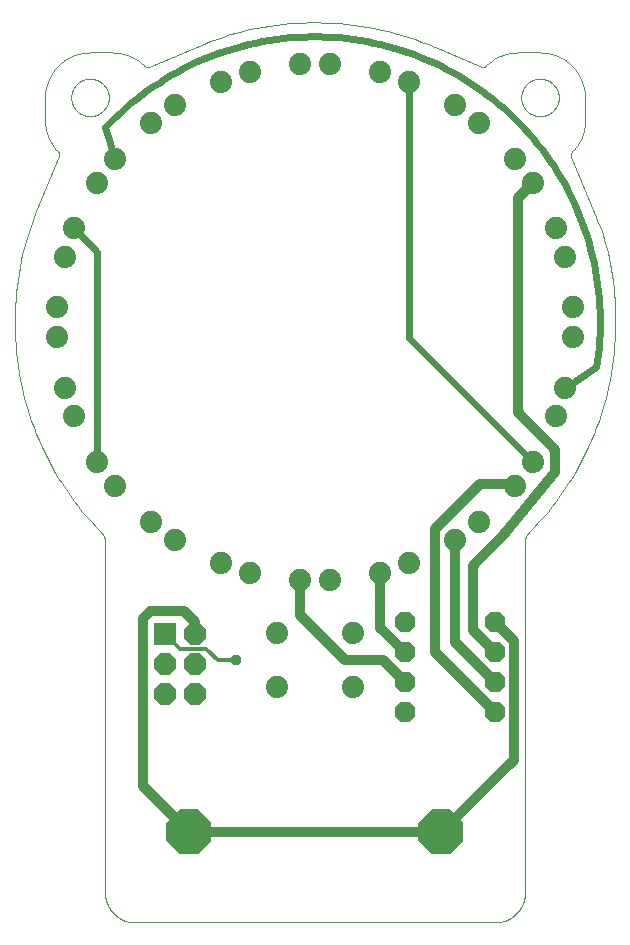
<source format=gtl>
G75*
%MOIN*%
%OFA0B0*%
%FSLAX25Y25*%
%IPPOS*%
%LPD*%
%AMOC8*
5,1,8,0,0,1.08239X$1,22.5*
%
%ADD10C,0.00000*%
%ADD11C,0.07400*%
%ADD12R,0.07400X0.07400*%
%ADD13OC8,0.07400*%
%ADD14OC8,0.06800*%
%ADD15OC8,0.15000*%
%ADD16C,0.03200*%
%ADD17C,0.02400*%
%ADD18C,0.03762*%
%ADD19C,0.01200*%
D10*
X0031000Y0019250D02*
X0031000Y0136214D01*
X0030998Y0136344D01*
X0030992Y0136474D01*
X0030982Y0136604D01*
X0030969Y0136734D01*
X0030951Y0136863D01*
X0030929Y0136991D01*
X0030904Y0137119D01*
X0030875Y0137246D01*
X0030842Y0137372D01*
X0030805Y0137497D01*
X0030764Y0137620D01*
X0030720Y0137743D01*
X0030672Y0137864D01*
X0030620Y0137983D01*
X0030565Y0138101D01*
X0030506Y0138217D01*
X0030444Y0138332D01*
X0030378Y0138444D01*
X0030309Y0138555D01*
X0030237Y0138663D01*
X0030161Y0138769D01*
X0030083Y0138873D01*
X0030001Y0138974D01*
X0029916Y0139073D01*
X0029828Y0139169D01*
X0029737Y0139262D01*
X0001000Y0208641D02*
X0001000Y0210578D01*
X0008154Y0246542D02*
X0015694Y0264746D01*
X0015718Y0264811D01*
X0015740Y0264877D01*
X0015757Y0264944D01*
X0015770Y0265012D01*
X0015780Y0265081D01*
X0015786Y0265151D01*
X0015788Y0265220D01*
X0015786Y0265289D01*
X0015780Y0265359D01*
X0015770Y0265428D01*
X0015757Y0265496D01*
X0015740Y0265563D01*
X0015718Y0265629D01*
X0015694Y0265694D01*
X0015665Y0265758D01*
X0015633Y0265819D01*
X0015598Y0265879D01*
X0015559Y0265937D01*
X0015518Y0265993D01*
X0015473Y0266046D01*
X0015425Y0266096D01*
X0011000Y0276780D02*
X0011000Y0284250D01*
X0011004Y0284612D01*
X0011018Y0284975D01*
X0011039Y0285337D01*
X0011070Y0285698D01*
X0011109Y0286058D01*
X0011157Y0286417D01*
X0011214Y0286775D01*
X0011279Y0287132D01*
X0011353Y0287487D01*
X0011436Y0287840D01*
X0011527Y0288191D01*
X0011626Y0288539D01*
X0011734Y0288885D01*
X0011850Y0289229D01*
X0011975Y0289569D01*
X0012107Y0289906D01*
X0012248Y0290240D01*
X0012397Y0290571D01*
X0012554Y0290898D01*
X0012718Y0291221D01*
X0012890Y0291540D01*
X0013070Y0291854D01*
X0013258Y0292165D01*
X0013453Y0292470D01*
X0013655Y0292771D01*
X0013865Y0293067D01*
X0014081Y0293357D01*
X0014305Y0293643D01*
X0014535Y0293923D01*
X0014772Y0294197D01*
X0015016Y0294465D01*
X0015266Y0294728D01*
X0015522Y0294984D01*
X0015785Y0295234D01*
X0016053Y0295478D01*
X0016327Y0295715D01*
X0016607Y0295945D01*
X0016893Y0296169D01*
X0017183Y0296385D01*
X0017479Y0296595D01*
X0017780Y0296797D01*
X0018085Y0296992D01*
X0018396Y0297180D01*
X0018710Y0297360D01*
X0019029Y0297532D01*
X0019352Y0297696D01*
X0019679Y0297853D01*
X0020010Y0298002D01*
X0020344Y0298143D01*
X0020681Y0298275D01*
X0021021Y0298400D01*
X0021365Y0298516D01*
X0021711Y0298624D01*
X0022059Y0298723D01*
X0022410Y0298814D01*
X0022763Y0298897D01*
X0023118Y0298971D01*
X0023475Y0299036D01*
X0023833Y0299093D01*
X0024192Y0299141D01*
X0024552Y0299180D01*
X0024913Y0299211D01*
X0025275Y0299232D01*
X0025638Y0299246D01*
X0026000Y0299250D01*
X0033470Y0299250D01*
X0033830Y0299246D01*
X0034189Y0299233D01*
X0034548Y0299212D01*
X0034906Y0299182D01*
X0035264Y0299143D01*
X0035620Y0299096D01*
X0035976Y0299041D01*
X0036329Y0298977D01*
X0036682Y0298905D01*
X0037032Y0298824D01*
X0037380Y0298735D01*
X0037727Y0298638D01*
X0038070Y0298533D01*
X0038412Y0298419D01*
X0038750Y0298297D01*
X0039085Y0298168D01*
X0039418Y0298030D01*
X0039747Y0297885D01*
X0040072Y0297731D01*
X0040393Y0297570D01*
X0040711Y0297402D01*
X0041025Y0297226D01*
X0041334Y0297042D01*
X0041639Y0296851D01*
X0041939Y0296654D01*
X0042234Y0296448D01*
X0042524Y0296236D01*
X0042810Y0296017D01*
X0043090Y0295792D01*
X0043364Y0295560D01*
X0043633Y0295321D01*
X0043896Y0295076D01*
X0044154Y0294825D01*
X0044204Y0294777D01*
X0044257Y0294732D01*
X0044313Y0294691D01*
X0044371Y0294652D01*
X0044431Y0294617D01*
X0044492Y0294585D01*
X0044556Y0294556D01*
X0044621Y0294532D01*
X0044687Y0294510D01*
X0044754Y0294493D01*
X0044822Y0294480D01*
X0044891Y0294470D01*
X0044961Y0294464D01*
X0045030Y0294462D01*
X0045099Y0294464D01*
X0045169Y0294470D01*
X0045238Y0294480D01*
X0045306Y0294493D01*
X0045373Y0294510D01*
X0045439Y0294532D01*
X0045504Y0294556D01*
X0063951Y0302197D01*
X0099409Y0309250D02*
X0101814Y0309250D01*
X0138643Y0301924D02*
X0156532Y0294514D01*
X0156532Y0294515D02*
X0156596Y0294490D01*
X0156661Y0294470D01*
X0156727Y0294453D01*
X0156794Y0294439D01*
X0156862Y0294430D01*
X0156930Y0294424D01*
X0156998Y0294422D01*
X0157066Y0294424D01*
X0157134Y0294430D01*
X0157202Y0294439D01*
X0157269Y0294453D01*
X0157335Y0294470D01*
X0157400Y0294490D01*
X0157464Y0294515D01*
X0157526Y0294543D01*
X0157587Y0294574D01*
X0157645Y0294609D01*
X0157702Y0294646D01*
X0157757Y0294688D01*
X0157809Y0294732D01*
X0157859Y0294778D01*
X0168655Y0299250D02*
X0176000Y0299250D01*
X0176362Y0299246D01*
X0176725Y0299232D01*
X0177087Y0299211D01*
X0177448Y0299180D01*
X0177808Y0299141D01*
X0178167Y0299093D01*
X0178525Y0299036D01*
X0178882Y0298971D01*
X0179237Y0298897D01*
X0179590Y0298814D01*
X0179941Y0298723D01*
X0180289Y0298624D01*
X0180635Y0298516D01*
X0180979Y0298400D01*
X0181319Y0298275D01*
X0181656Y0298143D01*
X0181990Y0298002D01*
X0182321Y0297853D01*
X0182648Y0297696D01*
X0182971Y0297532D01*
X0183290Y0297360D01*
X0183604Y0297180D01*
X0183915Y0296992D01*
X0184220Y0296797D01*
X0184521Y0296595D01*
X0184817Y0296385D01*
X0185107Y0296169D01*
X0185393Y0295945D01*
X0185673Y0295715D01*
X0185947Y0295478D01*
X0186215Y0295234D01*
X0186478Y0294984D01*
X0186734Y0294728D01*
X0186984Y0294465D01*
X0187228Y0294197D01*
X0187465Y0293923D01*
X0187695Y0293643D01*
X0187919Y0293357D01*
X0188135Y0293067D01*
X0188345Y0292771D01*
X0188547Y0292470D01*
X0188742Y0292165D01*
X0188930Y0291854D01*
X0189110Y0291540D01*
X0189282Y0291221D01*
X0189446Y0290898D01*
X0189603Y0290571D01*
X0189752Y0290240D01*
X0189893Y0289906D01*
X0190025Y0289569D01*
X0190150Y0289229D01*
X0190266Y0288885D01*
X0190374Y0288539D01*
X0190473Y0288191D01*
X0190564Y0287840D01*
X0190647Y0287487D01*
X0190721Y0287132D01*
X0190786Y0286775D01*
X0190843Y0286417D01*
X0190891Y0286058D01*
X0190930Y0285698D01*
X0190961Y0285337D01*
X0190982Y0284975D01*
X0190996Y0284612D01*
X0191000Y0284250D01*
X0191000Y0276455D01*
X0186815Y0266351D02*
X0186758Y0266290D01*
X0186703Y0266227D01*
X0186651Y0266161D01*
X0186602Y0266093D01*
X0186557Y0266022D01*
X0186515Y0265950D01*
X0186476Y0265876D01*
X0186441Y0265800D01*
X0186410Y0265722D01*
X0186382Y0265643D01*
X0186358Y0265563D01*
X0186338Y0265482D01*
X0186321Y0265400D01*
X0186309Y0265317D01*
X0186300Y0265233D01*
X0186296Y0265150D01*
X0186295Y0265066D01*
X0186299Y0264982D01*
X0186306Y0264899D01*
X0186317Y0264816D01*
X0186332Y0264734D01*
X0186351Y0264652D01*
X0186374Y0264571D01*
X0186400Y0264492D01*
X0186430Y0264414D01*
X0194714Y0244413D01*
X0201000Y0212814D02*
X0201000Y0208641D01*
X0186814Y0266352D02*
X0187052Y0266595D01*
X0187283Y0266844D01*
X0187509Y0267098D01*
X0187729Y0267358D01*
X0187942Y0267623D01*
X0188149Y0267893D01*
X0188350Y0268167D01*
X0188544Y0268446D01*
X0188731Y0268730D01*
X0188911Y0269019D01*
X0189085Y0269311D01*
X0189251Y0269607D01*
X0189411Y0269908D01*
X0189563Y0270212D01*
X0189708Y0270520D01*
X0189845Y0270831D01*
X0189976Y0271145D01*
X0190098Y0271462D01*
X0190213Y0271782D01*
X0190321Y0272104D01*
X0190420Y0272430D01*
X0190512Y0272757D01*
X0190596Y0273086D01*
X0190672Y0273418D01*
X0190741Y0273751D01*
X0190801Y0274086D01*
X0190854Y0274422D01*
X0190898Y0274759D01*
X0190934Y0275097D01*
X0190963Y0275436D01*
X0190983Y0275775D01*
X0190995Y0276115D01*
X0190999Y0276455D01*
X0169750Y0284250D02*
X0169752Y0284408D01*
X0169758Y0284565D01*
X0169768Y0284723D01*
X0169782Y0284880D01*
X0169800Y0285036D01*
X0169821Y0285193D01*
X0169847Y0285348D01*
X0169877Y0285503D01*
X0169910Y0285657D01*
X0169948Y0285810D01*
X0169989Y0285963D01*
X0170034Y0286114D01*
X0170083Y0286264D01*
X0170136Y0286412D01*
X0170192Y0286560D01*
X0170253Y0286705D01*
X0170316Y0286850D01*
X0170384Y0286992D01*
X0170455Y0287133D01*
X0170529Y0287272D01*
X0170607Y0287409D01*
X0170689Y0287544D01*
X0170773Y0287677D01*
X0170862Y0287808D01*
X0170953Y0287936D01*
X0171048Y0288063D01*
X0171145Y0288186D01*
X0171246Y0288308D01*
X0171350Y0288426D01*
X0171457Y0288542D01*
X0171567Y0288655D01*
X0171679Y0288766D01*
X0171795Y0288873D01*
X0171913Y0288978D01*
X0172033Y0289080D01*
X0172156Y0289178D01*
X0172282Y0289274D01*
X0172410Y0289366D01*
X0172540Y0289455D01*
X0172672Y0289541D01*
X0172807Y0289623D01*
X0172944Y0289702D01*
X0173082Y0289777D01*
X0173222Y0289849D01*
X0173365Y0289917D01*
X0173508Y0289982D01*
X0173654Y0290043D01*
X0173801Y0290100D01*
X0173949Y0290154D01*
X0174099Y0290204D01*
X0174249Y0290250D01*
X0174401Y0290292D01*
X0174554Y0290331D01*
X0174708Y0290365D01*
X0174863Y0290396D01*
X0175018Y0290422D01*
X0175174Y0290445D01*
X0175331Y0290464D01*
X0175488Y0290479D01*
X0175645Y0290490D01*
X0175803Y0290497D01*
X0175961Y0290500D01*
X0176118Y0290499D01*
X0176276Y0290494D01*
X0176433Y0290485D01*
X0176591Y0290472D01*
X0176747Y0290455D01*
X0176904Y0290434D01*
X0177059Y0290410D01*
X0177214Y0290381D01*
X0177369Y0290348D01*
X0177522Y0290312D01*
X0177675Y0290271D01*
X0177826Y0290227D01*
X0177976Y0290179D01*
X0178125Y0290128D01*
X0178273Y0290072D01*
X0178419Y0290013D01*
X0178564Y0289950D01*
X0178707Y0289883D01*
X0178848Y0289813D01*
X0178987Y0289740D01*
X0179125Y0289663D01*
X0179261Y0289582D01*
X0179394Y0289498D01*
X0179525Y0289411D01*
X0179654Y0289320D01*
X0179781Y0289226D01*
X0179906Y0289129D01*
X0180027Y0289029D01*
X0180147Y0288926D01*
X0180263Y0288820D01*
X0180377Y0288711D01*
X0180489Y0288599D01*
X0180597Y0288485D01*
X0180702Y0288367D01*
X0180805Y0288247D01*
X0180904Y0288125D01*
X0181000Y0288000D01*
X0181093Y0287872D01*
X0181183Y0287743D01*
X0181269Y0287611D01*
X0181353Y0287477D01*
X0181432Y0287341D01*
X0181509Y0287203D01*
X0181581Y0287063D01*
X0181650Y0286921D01*
X0181716Y0286778D01*
X0181778Y0286633D01*
X0181836Y0286486D01*
X0181891Y0286338D01*
X0181942Y0286189D01*
X0181989Y0286038D01*
X0182032Y0285887D01*
X0182071Y0285734D01*
X0182107Y0285580D01*
X0182138Y0285426D01*
X0182166Y0285271D01*
X0182190Y0285115D01*
X0182210Y0284958D01*
X0182226Y0284801D01*
X0182238Y0284644D01*
X0182246Y0284487D01*
X0182250Y0284329D01*
X0182250Y0284171D01*
X0182246Y0284013D01*
X0182238Y0283856D01*
X0182226Y0283699D01*
X0182210Y0283542D01*
X0182190Y0283385D01*
X0182166Y0283229D01*
X0182138Y0283074D01*
X0182107Y0282920D01*
X0182071Y0282766D01*
X0182032Y0282613D01*
X0181989Y0282462D01*
X0181942Y0282311D01*
X0181891Y0282162D01*
X0181836Y0282014D01*
X0181778Y0281867D01*
X0181716Y0281722D01*
X0181650Y0281579D01*
X0181581Y0281437D01*
X0181509Y0281297D01*
X0181432Y0281159D01*
X0181353Y0281023D01*
X0181269Y0280889D01*
X0181183Y0280757D01*
X0181093Y0280628D01*
X0181000Y0280500D01*
X0180904Y0280375D01*
X0180805Y0280253D01*
X0180702Y0280133D01*
X0180597Y0280015D01*
X0180489Y0279901D01*
X0180377Y0279789D01*
X0180263Y0279680D01*
X0180147Y0279574D01*
X0180027Y0279471D01*
X0179906Y0279371D01*
X0179781Y0279274D01*
X0179654Y0279180D01*
X0179525Y0279089D01*
X0179394Y0279002D01*
X0179261Y0278918D01*
X0179125Y0278837D01*
X0178987Y0278760D01*
X0178848Y0278687D01*
X0178707Y0278617D01*
X0178564Y0278550D01*
X0178419Y0278487D01*
X0178273Y0278428D01*
X0178125Y0278372D01*
X0177976Y0278321D01*
X0177826Y0278273D01*
X0177675Y0278229D01*
X0177522Y0278188D01*
X0177369Y0278152D01*
X0177214Y0278119D01*
X0177059Y0278090D01*
X0176904Y0278066D01*
X0176747Y0278045D01*
X0176591Y0278028D01*
X0176433Y0278015D01*
X0176276Y0278006D01*
X0176118Y0278001D01*
X0175961Y0278000D01*
X0175803Y0278003D01*
X0175645Y0278010D01*
X0175488Y0278021D01*
X0175331Y0278036D01*
X0175174Y0278055D01*
X0175018Y0278078D01*
X0174863Y0278104D01*
X0174708Y0278135D01*
X0174554Y0278169D01*
X0174401Y0278208D01*
X0174249Y0278250D01*
X0174099Y0278296D01*
X0173949Y0278346D01*
X0173801Y0278400D01*
X0173654Y0278457D01*
X0173508Y0278518D01*
X0173365Y0278583D01*
X0173222Y0278651D01*
X0173082Y0278723D01*
X0172944Y0278798D01*
X0172807Y0278877D01*
X0172672Y0278959D01*
X0172540Y0279045D01*
X0172410Y0279134D01*
X0172282Y0279226D01*
X0172156Y0279322D01*
X0172033Y0279420D01*
X0171913Y0279522D01*
X0171795Y0279627D01*
X0171679Y0279734D01*
X0171567Y0279845D01*
X0171457Y0279958D01*
X0171350Y0280074D01*
X0171246Y0280192D01*
X0171145Y0280314D01*
X0171048Y0280437D01*
X0170953Y0280564D01*
X0170862Y0280692D01*
X0170773Y0280823D01*
X0170689Y0280956D01*
X0170607Y0281091D01*
X0170529Y0281228D01*
X0170455Y0281367D01*
X0170384Y0281508D01*
X0170316Y0281650D01*
X0170253Y0281795D01*
X0170192Y0281940D01*
X0170136Y0282088D01*
X0170083Y0282236D01*
X0170034Y0282386D01*
X0169989Y0282537D01*
X0169948Y0282690D01*
X0169910Y0282843D01*
X0169877Y0282997D01*
X0169847Y0283152D01*
X0169821Y0283307D01*
X0169800Y0283464D01*
X0169782Y0283620D01*
X0169768Y0283777D01*
X0169758Y0283935D01*
X0169752Y0284092D01*
X0169750Y0284250D01*
X0168655Y0299250D02*
X0168280Y0299245D01*
X0167906Y0299232D01*
X0167532Y0299209D01*
X0167158Y0299176D01*
X0166786Y0299135D01*
X0166415Y0299085D01*
X0166045Y0299025D01*
X0165676Y0298957D01*
X0165310Y0298879D01*
X0164945Y0298792D01*
X0164583Y0298697D01*
X0164223Y0298593D01*
X0163866Y0298479D01*
X0163511Y0298357D01*
X0163160Y0298227D01*
X0162812Y0298088D01*
X0162468Y0297940D01*
X0162127Y0297784D01*
X0161790Y0297620D01*
X0161458Y0297447D01*
X0161129Y0297266D01*
X0160806Y0297078D01*
X0160487Y0296881D01*
X0160173Y0296677D01*
X0159864Y0296465D01*
X0159560Y0296245D01*
X0159262Y0296018D01*
X0158969Y0295784D01*
X0158682Y0295543D01*
X0158402Y0295295D01*
X0158127Y0295040D01*
X0157859Y0294778D01*
X0194714Y0244414D02*
X0195467Y0242532D01*
X0196173Y0240632D01*
X0196832Y0238716D01*
X0197444Y0236784D01*
X0198009Y0234838D01*
X0198525Y0232878D01*
X0198994Y0230906D01*
X0199413Y0228923D01*
X0199784Y0226931D01*
X0200106Y0224930D01*
X0200379Y0222922D01*
X0200602Y0220908D01*
X0200776Y0218889D01*
X0200901Y0216866D01*
X0200975Y0214840D01*
X0201000Y0212814D01*
X0172263Y0139262D02*
X0172172Y0139169D01*
X0172084Y0139073D01*
X0171999Y0138974D01*
X0171917Y0138873D01*
X0171839Y0138769D01*
X0171763Y0138663D01*
X0171691Y0138555D01*
X0171622Y0138444D01*
X0171556Y0138332D01*
X0171494Y0138217D01*
X0171435Y0138101D01*
X0171380Y0137983D01*
X0171328Y0137864D01*
X0171280Y0137743D01*
X0171236Y0137620D01*
X0171195Y0137497D01*
X0171158Y0137372D01*
X0171125Y0137246D01*
X0171096Y0137119D01*
X0171071Y0136991D01*
X0171049Y0136863D01*
X0171031Y0136734D01*
X0171018Y0136604D01*
X0171008Y0136474D01*
X0171002Y0136344D01*
X0171000Y0136214D01*
X0171000Y0019250D01*
X0170997Y0019008D01*
X0170988Y0018767D01*
X0170974Y0018526D01*
X0170953Y0018285D01*
X0170927Y0018045D01*
X0170895Y0017805D01*
X0170857Y0017566D01*
X0170814Y0017329D01*
X0170764Y0017092D01*
X0170709Y0016857D01*
X0170649Y0016623D01*
X0170582Y0016391D01*
X0170511Y0016160D01*
X0170433Y0015931D01*
X0170350Y0015704D01*
X0170262Y0015479D01*
X0170168Y0015256D01*
X0170069Y0015036D01*
X0169964Y0014818D01*
X0169855Y0014603D01*
X0169740Y0014390D01*
X0169620Y0014180D01*
X0169495Y0013974D01*
X0169365Y0013770D01*
X0169230Y0013569D01*
X0169090Y0013372D01*
X0168946Y0013178D01*
X0168797Y0012988D01*
X0168643Y0012802D01*
X0168485Y0012619D01*
X0168323Y0012440D01*
X0168156Y0012265D01*
X0167985Y0012094D01*
X0167810Y0011927D01*
X0167631Y0011765D01*
X0167448Y0011607D01*
X0167262Y0011453D01*
X0167072Y0011304D01*
X0166878Y0011160D01*
X0166681Y0011020D01*
X0166480Y0010885D01*
X0166276Y0010755D01*
X0166070Y0010630D01*
X0165860Y0010510D01*
X0165647Y0010395D01*
X0165432Y0010286D01*
X0165214Y0010181D01*
X0164994Y0010082D01*
X0164771Y0009988D01*
X0164546Y0009900D01*
X0164319Y0009817D01*
X0164090Y0009739D01*
X0163859Y0009668D01*
X0163627Y0009601D01*
X0163393Y0009541D01*
X0163158Y0009486D01*
X0162921Y0009436D01*
X0162684Y0009393D01*
X0162445Y0009355D01*
X0162205Y0009323D01*
X0161965Y0009297D01*
X0161724Y0009276D01*
X0161483Y0009262D01*
X0161242Y0009253D01*
X0161000Y0009250D01*
X0041000Y0009250D01*
X0040758Y0009253D01*
X0040517Y0009262D01*
X0040276Y0009276D01*
X0040035Y0009297D01*
X0039795Y0009323D01*
X0039555Y0009355D01*
X0039316Y0009393D01*
X0039079Y0009436D01*
X0038842Y0009486D01*
X0038607Y0009541D01*
X0038373Y0009601D01*
X0038141Y0009668D01*
X0037910Y0009739D01*
X0037681Y0009817D01*
X0037454Y0009900D01*
X0037229Y0009988D01*
X0037006Y0010082D01*
X0036786Y0010181D01*
X0036568Y0010286D01*
X0036353Y0010395D01*
X0036140Y0010510D01*
X0035930Y0010630D01*
X0035724Y0010755D01*
X0035520Y0010885D01*
X0035319Y0011020D01*
X0035122Y0011160D01*
X0034928Y0011304D01*
X0034738Y0011453D01*
X0034552Y0011607D01*
X0034369Y0011765D01*
X0034190Y0011927D01*
X0034015Y0012094D01*
X0033844Y0012265D01*
X0033677Y0012440D01*
X0033515Y0012619D01*
X0033357Y0012802D01*
X0033203Y0012988D01*
X0033054Y0013178D01*
X0032910Y0013372D01*
X0032770Y0013569D01*
X0032635Y0013770D01*
X0032505Y0013974D01*
X0032380Y0014180D01*
X0032260Y0014390D01*
X0032145Y0014603D01*
X0032036Y0014818D01*
X0031931Y0015036D01*
X0031832Y0015256D01*
X0031738Y0015479D01*
X0031650Y0015704D01*
X0031567Y0015931D01*
X0031489Y0016160D01*
X0031418Y0016391D01*
X0031351Y0016623D01*
X0031291Y0016857D01*
X0031236Y0017092D01*
X0031186Y0017329D01*
X0031143Y0017566D01*
X0031105Y0017805D01*
X0031073Y0018045D01*
X0031047Y0018285D01*
X0031026Y0018526D01*
X0031012Y0018767D01*
X0031003Y0019008D01*
X0031000Y0019250D01*
X0029737Y0139263D02*
X0028106Y0140934D01*
X0026515Y0142643D01*
X0024965Y0144389D01*
X0023457Y0146172D01*
X0021991Y0147990D01*
X0020570Y0149843D01*
X0019193Y0151729D01*
X0017861Y0153647D01*
X0016575Y0155596D01*
X0015336Y0157575D01*
X0014145Y0159584D01*
X0013002Y0161619D01*
X0011907Y0163682D01*
X0010862Y0165770D01*
X0009866Y0167883D01*
X0008922Y0170018D01*
X0008028Y0172175D01*
X0007186Y0174353D01*
X0006396Y0176551D01*
X0005659Y0178766D01*
X0004974Y0180999D01*
X0004343Y0183247D01*
X0003766Y0185510D01*
X0003242Y0187785D01*
X0002773Y0190073D01*
X0002358Y0192371D01*
X0001999Y0194678D01*
X0001694Y0196993D01*
X0001444Y0199315D01*
X0001250Y0201642D01*
X0001111Y0203973D01*
X0001028Y0206306D01*
X0001000Y0208641D01*
X0015425Y0266096D02*
X0015174Y0266354D01*
X0014929Y0266617D01*
X0014690Y0266886D01*
X0014458Y0267160D01*
X0014233Y0267440D01*
X0014014Y0267726D01*
X0013802Y0268016D01*
X0013596Y0268311D01*
X0013399Y0268611D01*
X0013208Y0268916D01*
X0013024Y0269225D01*
X0012848Y0269539D01*
X0012680Y0269857D01*
X0012519Y0270178D01*
X0012365Y0270503D01*
X0012220Y0270832D01*
X0012082Y0271165D01*
X0011953Y0271500D01*
X0011831Y0271838D01*
X0011717Y0272180D01*
X0011612Y0272523D01*
X0011515Y0272870D01*
X0011426Y0273218D01*
X0011345Y0273568D01*
X0011273Y0273921D01*
X0011209Y0274274D01*
X0011154Y0274630D01*
X0011107Y0274986D01*
X0011068Y0275344D01*
X0011038Y0275702D01*
X0011017Y0276061D01*
X0011004Y0276420D01*
X0011000Y0276780D01*
X0019750Y0284250D02*
X0019752Y0284408D01*
X0019758Y0284565D01*
X0019768Y0284723D01*
X0019782Y0284880D01*
X0019800Y0285036D01*
X0019821Y0285193D01*
X0019847Y0285348D01*
X0019877Y0285503D01*
X0019910Y0285657D01*
X0019948Y0285810D01*
X0019989Y0285963D01*
X0020034Y0286114D01*
X0020083Y0286264D01*
X0020136Y0286412D01*
X0020192Y0286560D01*
X0020253Y0286705D01*
X0020316Y0286850D01*
X0020384Y0286992D01*
X0020455Y0287133D01*
X0020529Y0287272D01*
X0020607Y0287409D01*
X0020689Y0287544D01*
X0020773Y0287677D01*
X0020862Y0287808D01*
X0020953Y0287936D01*
X0021048Y0288063D01*
X0021145Y0288186D01*
X0021246Y0288308D01*
X0021350Y0288426D01*
X0021457Y0288542D01*
X0021567Y0288655D01*
X0021679Y0288766D01*
X0021795Y0288873D01*
X0021913Y0288978D01*
X0022033Y0289080D01*
X0022156Y0289178D01*
X0022282Y0289274D01*
X0022410Y0289366D01*
X0022540Y0289455D01*
X0022672Y0289541D01*
X0022807Y0289623D01*
X0022944Y0289702D01*
X0023082Y0289777D01*
X0023222Y0289849D01*
X0023365Y0289917D01*
X0023508Y0289982D01*
X0023654Y0290043D01*
X0023801Y0290100D01*
X0023949Y0290154D01*
X0024099Y0290204D01*
X0024249Y0290250D01*
X0024401Y0290292D01*
X0024554Y0290331D01*
X0024708Y0290365D01*
X0024863Y0290396D01*
X0025018Y0290422D01*
X0025174Y0290445D01*
X0025331Y0290464D01*
X0025488Y0290479D01*
X0025645Y0290490D01*
X0025803Y0290497D01*
X0025961Y0290500D01*
X0026118Y0290499D01*
X0026276Y0290494D01*
X0026433Y0290485D01*
X0026591Y0290472D01*
X0026747Y0290455D01*
X0026904Y0290434D01*
X0027059Y0290410D01*
X0027214Y0290381D01*
X0027369Y0290348D01*
X0027522Y0290312D01*
X0027675Y0290271D01*
X0027826Y0290227D01*
X0027976Y0290179D01*
X0028125Y0290128D01*
X0028273Y0290072D01*
X0028419Y0290013D01*
X0028564Y0289950D01*
X0028707Y0289883D01*
X0028848Y0289813D01*
X0028987Y0289740D01*
X0029125Y0289663D01*
X0029261Y0289582D01*
X0029394Y0289498D01*
X0029525Y0289411D01*
X0029654Y0289320D01*
X0029781Y0289226D01*
X0029906Y0289129D01*
X0030027Y0289029D01*
X0030147Y0288926D01*
X0030263Y0288820D01*
X0030377Y0288711D01*
X0030489Y0288599D01*
X0030597Y0288485D01*
X0030702Y0288367D01*
X0030805Y0288247D01*
X0030904Y0288125D01*
X0031000Y0288000D01*
X0031093Y0287872D01*
X0031183Y0287743D01*
X0031269Y0287611D01*
X0031353Y0287477D01*
X0031432Y0287341D01*
X0031509Y0287203D01*
X0031581Y0287063D01*
X0031650Y0286921D01*
X0031716Y0286778D01*
X0031778Y0286633D01*
X0031836Y0286486D01*
X0031891Y0286338D01*
X0031942Y0286189D01*
X0031989Y0286038D01*
X0032032Y0285887D01*
X0032071Y0285734D01*
X0032107Y0285580D01*
X0032138Y0285426D01*
X0032166Y0285271D01*
X0032190Y0285115D01*
X0032210Y0284958D01*
X0032226Y0284801D01*
X0032238Y0284644D01*
X0032246Y0284487D01*
X0032250Y0284329D01*
X0032250Y0284171D01*
X0032246Y0284013D01*
X0032238Y0283856D01*
X0032226Y0283699D01*
X0032210Y0283542D01*
X0032190Y0283385D01*
X0032166Y0283229D01*
X0032138Y0283074D01*
X0032107Y0282920D01*
X0032071Y0282766D01*
X0032032Y0282613D01*
X0031989Y0282462D01*
X0031942Y0282311D01*
X0031891Y0282162D01*
X0031836Y0282014D01*
X0031778Y0281867D01*
X0031716Y0281722D01*
X0031650Y0281579D01*
X0031581Y0281437D01*
X0031509Y0281297D01*
X0031432Y0281159D01*
X0031353Y0281023D01*
X0031269Y0280889D01*
X0031183Y0280757D01*
X0031093Y0280628D01*
X0031000Y0280500D01*
X0030904Y0280375D01*
X0030805Y0280253D01*
X0030702Y0280133D01*
X0030597Y0280015D01*
X0030489Y0279901D01*
X0030377Y0279789D01*
X0030263Y0279680D01*
X0030147Y0279574D01*
X0030027Y0279471D01*
X0029906Y0279371D01*
X0029781Y0279274D01*
X0029654Y0279180D01*
X0029525Y0279089D01*
X0029394Y0279002D01*
X0029261Y0278918D01*
X0029125Y0278837D01*
X0028987Y0278760D01*
X0028848Y0278687D01*
X0028707Y0278617D01*
X0028564Y0278550D01*
X0028419Y0278487D01*
X0028273Y0278428D01*
X0028125Y0278372D01*
X0027976Y0278321D01*
X0027826Y0278273D01*
X0027675Y0278229D01*
X0027522Y0278188D01*
X0027369Y0278152D01*
X0027214Y0278119D01*
X0027059Y0278090D01*
X0026904Y0278066D01*
X0026747Y0278045D01*
X0026591Y0278028D01*
X0026433Y0278015D01*
X0026276Y0278006D01*
X0026118Y0278001D01*
X0025961Y0278000D01*
X0025803Y0278003D01*
X0025645Y0278010D01*
X0025488Y0278021D01*
X0025331Y0278036D01*
X0025174Y0278055D01*
X0025018Y0278078D01*
X0024863Y0278104D01*
X0024708Y0278135D01*
X0024554Y0278169D01*
X0024401Y0278208D01*
X0024249Y0278250D01*
X0024099Y0278296D01*
X0023949Y0278346D01*
X0023801Y0278400D01*
X0023654Y0278457D01*
X0023508Y0278518D01*
X0023365Y0278583D01*
X0023222Y0278651D01*
X0023082Y0278723D01*
X0022944Y0278798D01*
X0022807Y0278877D01*
X0022672Y0278959D01*
X0022540Y0279045D01*
X0022410Y0279134D01*
X0022282Y0279226D01*
X0022156Y0279322D01*
X0022033Y0279420D01*
X0021913Y0279522D01*
X0021795Y0279627D01*
X0021679Y0279734D01*
X0021567Y0279845D01*
X0021457Y0279958D01*
X0021350Y0280074D01*
X0021246Y0280192D01*
X0021145Y0280314D01*
X0021048Y0280437D01*
X0020953Y0280564D01*
X0020862Y0280692D01*
X0020773Y0280823D01*
X0020689Y0280956D01*
X0020607Y0281091D01*
X0020529Y0281228D01*
X0020455Y0281367D01*
X0020384Y0281508D01*
X0020316Y0281650D01*
X0020253Y0281795D01*
X0020192Y0281940D01*
X0020136Y0282088D01*
X0020083Y0282236D01*
X0020034Y0282386D01*
X0019989Y0282537D01*
X0019948Y0282690D01*
X0019910Y0282843D01*
X0019877Y0282997D01*
X0019847Y0283152D01*
X0019821Y0283307D01*
X0019800Y0283464D01*
X0019782Y0283620D01*
X0019768Y0283777D01*
X0019758Y0283935D01*
X0019752Y0284092D01*
X0019750Y0284250D01*
X0008154Y0246543D02*
X0007346Y0244528D01*
X0006585Y0242494D01*
X0005872Y0240444D01*
X0005206Y0238378D01*
X0004588Y0236297D01*
X0004018Y0234202D01*
X0003496Y0232095D01*
X0003024Y0229976D01*
X0002600Y0227847D01*
X0002226Y0225708D01*
X0001901Y0223562D01*
X0001626Y0221409D01*
X0001401Y0219249D01*
X0001226Y0217086D01*
X0001100Y0214918D01*
X0001025Y0212749D01*
X0001000Y0210578D01*
X0063951Y0302197D02*
X0066062Y0303041D01*
X0068194Y0303834D01*
X0070344Y0304573D01*
X0072512Y0305260D01*
X0074696Y0305894D01*
X0076895Y0306473D01*
X0079108Y0306999D01*
X0081333Y0307470D01*
X0083568Y0307886D01*
X0085813Y0308247D01*
X0088067Y0308553D01*
X0090327Y0308804D01*
X0092593Y0308999D01*
X0094863Y0309138D01*
X0097135Y0309222D01*
X0099409Y0309250D01*
X0101814Y0309250D02*
X0104176Y0309221D01*
X0106536Y0309134D01*
X0108894Y0308989D01*
X0111247Y0308787D01*
X0113595Y0308526D01*
X0115935Y0308208D01*
X0118267Y0307833D01*
X0120589Y0307401D01*
X0122900Y0306912D01*
X0125198Y0306366D01*
X0127482Y0305764D01*
X0129751Y0305106D01*
X0132002Y0304393D01*
X0134236Y0303624D01*
X0136450Y0302801D01*
X0138643Y0301924D01*
X0201000Y0208641D02*
X0200972Y0206306D01*
X0200889Y0203973D01*
X0200750Y0201642D01*
X0200556Y0199315D01*
X0200306Y0196993D01*
X0200001Y0194678D01*
X0199642Y0192371D01*
X0199227Y0190073D01*
X0198758Y0187785D01*
X0198234Y0185510D01*
X0197657Y0183247D01*
X0197026Y0180999D01*
X0196341Y0178766D01*
X0195604Y0176551D01*
X0194814Y0174353D01*
X0193972Y0172175D01*
X0193078Y0170018D01*
X0192134Y0167883D01*
X0191138Y0165770D01*
X0190093Y0163682D01*
X0188998Y0161619D01*
X0187855Y0159584D01*
X0186664Y0157575D01*
X0185425Y0155596D01*
X0184139Y0153647D01*
X0182807Y0151729D01*
X0181430Y0149843D01*
X0180009Y0147990D01*
X0178543Y0146172D01*
X0177035Y0144389D01*
X0175485Y0142643D01*
X0173894Y0140934D01*
X0172263Y0139263D01*
D11*
X0167637Y0154655D03*
X0173514Y0162746D03*
X0181246Y0177919D03*
X0184336Y0187430D03*
X0187000Y0204250D03*
X0187000Y0214250D03*
X0184336Y0231070D03*
X0181246Y0240581D03*
X0173514Y0255754D03*
X0167637Y0263845D03*
X0155595Y0275887D03*
X0147504Y0281764D03*
X0132331Y0289496D03*
X0122820Y0292586D03*
X0106000Y0295250D03*
X0096000Y0295250D03*
X0079180Y0292586D03*
X0069669Y0289496D03*
X0054496Y0281764D03*
X0046405Y0275887D03*
X0034363Y0263845D03*
X0028486Y0255754D03*
X0020754Y0240581D03*
X0017664Y0231070D03*
X0015000Y0214250D03*
X0015000Y0204250D03*
X0017664Y0187430D03*
X0020754Y0177919D03*
X0028486Y0162746D03*
X0034363Y0154655D03*
X0046405Y0142613D03*
X0054496Y0136736D03*
X0069669Y0129004D03*
X0079180Y0125914D03*
X0088200Y0105650D03*
X0096000Y0123250D03*
X0106000Y0123250D03*
X0113800Y0105650D03*
X0113800Y0087850D03*
X0122820Y0125914D03*
X0132331Y0129004D03*
X0147504Y0136736D03*
X0155595Y0142613D03*
X0088200Y0087850D03*
D12*
X0051000Y0105500D03*
D13*
X0051000Y0095500D03*
X0051000Y0085500D03*
X0061000Y0085500D03*
X0061000Y0095500D03*
X0061000Y0105500D03*
D14*
X0131000Y0109250D03*
X0131000Y0099250D03*
X0131000Y0089250D03*
X0131000Y0079250D03*
X0161000Y0079250D03*
X0161000Y0089250D03*
X0161000Y0099250D03*
X0161000Y0109250D03*
D15*
X0143000Y0039250D03*
X0059000Y0039250D03*
D16*
X0043500Y0054750D01*
X0043500Y0110500D01*
X0046000Y0113000D01*
X0057250Y0113000D01*
X0061000Y0109250D01*
X0061000Y0105500D01*
X0096000Y0111750D02*
X0096000Y0123250D01*
X0096000Y0111750D02*
X0111000Y0096750D01*
X0123500Y0096750D01*
X0131000Y0089250D01*
X0131000Y0099250D02*
X0122820Y0107430D01*
X0122820Y0125914D01*
X0141000Y0140500D02*
X0141000Y0099250D01*
X0161000Y0079250D01*
X0161000Y0089250D02*
X0147504Y0102746D01*
X0147504Y0136736D01*
X0153500Y0128000D02*
X0164750Y0139250D01*
X0181000Y0159250D01*
X0181000Y0166750D01*
X0168500Y0179250D01*
X0168500Y0250740D01*
X0173514Y0255754D01*
X0166792Y0155500D02*
X0156000Y0155500D01*
X0141000Y0140500D01*
X0153500Y0128000D02*
X0153500Y0106750D01*
X0161000Y0099250D01*
X0167250Y0103000D02*
X0167250Y0063500D01*
X0143000Y0039250D01*
X0059000Y0039250D01*
X0161000Y0109250D02*
X0167250Y0103000D01*
X0167637Y0154655D02*
X0166792Y0155500D01*
D17*
X0173514Y0162746D02*
X0132331Y0203929D01*
X0132331Y0289496D01*
X0030999Y0274250D02*
X0032612Y0275941D01*
X0034265Y0277592D01*
X0035959Y0279202D01*
X0037691Y0280770D01*
X0039462Y0282295D01*
X0041269Y0283776D01*
X0043112Y0285213D01*
X0044990Y0286604D01*
X0046901Y0287948D01*
X0048845Y0289245D01*
X0050820Y0290494D01*
X0052825Y0291694D01*
X0054859Y0292844D01*
X0056921Y0293944D01*
X0059008Y0294994D01*
X0061121Y0295991D01*
X0063258Y0296937D01*
X0065418Y0297830D01*
X0067598Y0298669D01*
X0069799Y0299455D01*
X0072018Y0300187D01*
X0074255Y0300864D01*
X0076507Y0301486D01*
X0078774Y0302052D01*
X0081054Y0302563D01*
X0083346Y0303018D01*
X0085649Y0303416D01*
X0087961Y0303758D01*
X0090280Y0304042D01*
X0092605Y0304270D01*
X0094936Y0304441D01*
X0097270Y0304554D01*
X0099606Y0304610D01*
X0101943Y0304609D01*
X0104279Y0304551D01*
X0106612Y0304435D01*
X0108943Y0304262D01*
X0111268Y0304032D01*
X0113587Y0303745D01*
X0115898Y0303401D01*
X0118201Y0303000D01*
X0120492Y0302543D01*
X0122772Y0302030D01*
X0125038Y0301461D01*
X0127290Y0300837D01*
X0129526Y0300158D01*
X0131744Y0299424D01*
X0133944Y0298636D01*
X0136124Y0297794D01*
X0138282Y0296899D01*
X0140418Y0295951D01*
X0142530Y0294951D01*
X0144617Y0293900D01*
X0146678Y0292797D01*
X0148710Y0291645D01*
X0150714Y0290443D01*
X0152688Y0289192D01*
X0154630Y0287893D01*
X0156540Y0286547D01*
X0158417Y0285154D01*
X0160258Y0283716D01*
X0162064Y0282233D01*
X0163833Y0280706D01*
X0165564Y0279137D01*
X0167256Y0277525D01*
X0168908Y0275872D01*
X0170518Y0274179D01*
X0172087Y0272447D01*
X0173613Y0270677D01*
X0175095Y0268871D01*
X0176532Y0267028D01*
X0177923Y0265151D01*
X0179268Y0263240D01*
X0180566Y0261297D01*
X0181816Y0259322D01*
X0183017Y0257318D01*
X0184168Y0255285D01*
X0185269Y0253223D01*
X0186319Y0251136D01*
X0187318Y0249023D01*
X0188264Y0246887D01*
X0189158Y0244728D01*
X0189999Y0242548D01*
X0190786Y0240347D01*
X0191518Y0238129D01*
X0192196Y0235892D01*
X0192819Y0233640D01*
X0193386Y0231373D01*
X0193898Y0229093D01*
X0194354Y0226801D01*
X0194753Y0224499D01*
X0195095Y0222188D01*
X0195381Y0219868D01*
X0195610Y0217543D01*
X0195781Y0215213D01*
X0195896Y0212879D01*
X0195953Y0210543D01*
X0195953Y0208206D01*
X0195895Y0205870D01*
X0195780Y0203536D01*
X0195608Y0201206D01*
X0195379Y0198880D01*
X0195093Y0196561D01*
X0194750Y0194250D01*
X0184336Y0187430D01*
X0071000Y0288165D02*
X0069669Y0289496D01*
X0031000Y0274250D02*
X0034363Y0263845D01*
X0020754Y0240581D02*
X0028486Y0232849D01*
X0028486Y0162746D01*
D18*
X0074750Y0096750D03*
D19*
X0068500Y0096750D01*
X0064750Y0100500D01*
X0056000Y0100500D01*
X0051000Y0105500D01*
M02*

</source>
